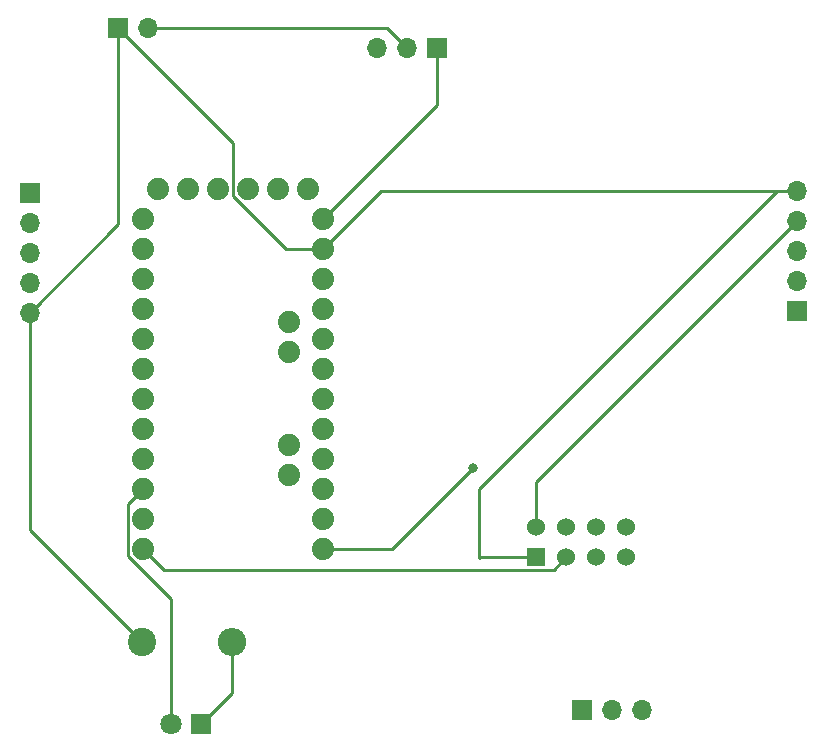
<source format=gbr>
G04 #@! TF.GenerationSoftware,KiCad,Pcbnew,5.1.9+dfsg1-1*
G04 #@! TF.CreationDate,2022-06-21T09:56:44-04:00*
G04 #@! TF.ProjectId,VS_robot_controller,56535f72-6f62-46f7-945f-636f6e74726f,rev?*
G04 #@! TF.SameCoordinates,Original*
G04 #@! TF.FileFunction,Copper,L1,Top*
G04 #@! TF.FilePolarity,Positive*
%FSLAX46Y46*%
G04 Gerber Fmt 4.6, Leading zero omitted, Abs format (unit mm)*
G04 Created by KiCad (PCBNEW 5.1.9+dfsg1-1) date 2022-06-21 09:56:44*
%MOMM*%
%LPD*%
G01*
G04 APERTURE LIST*
G04 #@! TA.AperFunction,ComponentPad*
%ADD10R,1.524000X1.524000*%
G04 #@! TD*
G04 #@! TA.AperFunction,ComponentPad*
%ADD11C,1.524000*%
G04 #@! TD*
G04 #@! TA.AperFunction,ComponentPad*
%ADD12O,1.700000X1.700000*%
G04 #@! TD*
G04 #@! TA.AperFunction,ComponentPad*
%ADD13R,1.700000X1.700000*%
G04 #@! TD*
G04 #@! TA.AperFunction,ComponentPad*
%ADD14R,1.800000X1.800000*%
G04 #@! TD*
G04 #@! TA.AperFunction,ComponentPad*
%ADD15C,1.800000*%
G04 #@! TD*
G04 #@! TA.AperFunction,ComponentPad*
%ADD16C,2.400000*%
G04 #@! TD*
G04 #@! TA.AperFunction,ComponentPad*
%ADD17O,2.400000X2.400000*%
G04 #@! TD*
G04 #@! TA.AperFunction,ComponentPad*
%ADD18C,1.879600*%
G04 #@! TD*
G04 #@! TA.AperFunction,ViaPad*
%ADD19C,0.800000*%
G04 #@! TD*
G04 #@! TA.AperFunction,Conductor*
%ADD20C,0.250000*%
G04 #@! TD*
G04 APERTURE END LIST*
D10*
X215900000Y-88800000D03*
D11*
X215900000Y-86260000D03*
X218440000Y-88800000D03*
X218440000Y-86260000D03*
X220980000Y-88800000D03*
X220980000Y-86260000D03*
X223520000Y-88800000D03*
X223520000Y-86260000D03*
D12*
X238000000Y-57840000D03*
X238000000Y-60380000D03*
X238000000Y-62920000D03*
X238000000Y-65460000D03*
D13*
X238000000Y-68000000D03*
D14*
X187500000Y-103000000D03*
D15*
X184960000Y-103000000D03*
D13*
X173000000Y-58000000D03*
D12*
X173000000Y-60540000D03*
X173000000Y-63080000D03*
X173000000Y-65620000D03*
X173000000Y-68160000D03*
D16*
X182500000Y-96000000D03*
D17*
X190120000Y-96000000D03*
D13*
X207518000Y-45720000D03*
D12*
X204978000Y-45720000D03*
X202438000Y-45720000D03*
X224880000Y-101800000D03*
X222340000Y-101800000D03*
D13*
X219800000Y-101800000D03*
X180500000Y-44000000D03*
D12*
X183040000Y-44000000D03*
D18*
X182626000Y-60198000D03*
X182626000Y-62738000D03*
X182626000Y-65278000D03*
X182626000Y-67818000D03*
X182626000Y-70358000D03*
X182626000Y-72898000D03*
X182626000Y-75438000D03*
X182626000Y-77978000D03*
X182626000Y-80518000D03*
X182626000Y-83058000D03*
X182626000Y-85598000D03*
X182626000Y-88138000D03*
X197866000Y-88138000D03*
X197866000Y-85598000D03*
X197866000Y-83058000D03*
X197866000Y-80518000D03*
X197866000Y-77978000D03*
X197866000Y-75438000D03*
X197866000Y-72898000D03*
X197866000Y-70358000D03*
X197866000Y-67818000D03*
X197866000Y-65278000D03*
X197866000Y-62738000D03*
X197866000Y-60198000D03*
X194945000Y-81915000D03*
X194945000Y-79375000D03*
X194945000Y-68961000D03*
X194945000Y-71501000D03*
X183896000Y-57658000D03*
X186436000Y-57658000D03*
X188976000Y-57658000D03*
X191516000Y-57658000D03*
X194056000Y-57658000D03*
X196596000Y-57658000D03*
D19*
X210566000Y-81280000D03*
D20*
X215900000Y-82480000D02*
X215900000Y-86260000D01*
X238000000Y-60380000D02*
X215900000Y-82480000D01*
X180500000Y-60660000D02*
X173000000Y-68160000D01*
X180500000Y-44000000D02*
X180500000Y-60660000D01*
X190251199Y-58265105D02*
X194724094Y-62738000D01*
X190251199Y-53751199D02*
X190251199Y-58265105D01*
X194724094Y-62738000D02*
X197866000Y-62738000D01*
X180500000Y-44000000D02*
X190251199Y-53751199D01*
X202764000Y-57840000D02*
X197866000Y-62738000D01*
X238000000Y-57840000D02*
X202764000Y-57840000D01*
X211174000Y-88800000D02*
X215900000Y-88800000D01*
X211074000Y-88900000D02*
X211174000Y-88800000D01*
X211074000Y-83058000D02*
X211074000Y-88900000D01*
X236292000Y-57840000D02*
X211074000Y-83058000D01*
X238000000Y-57840000D02*
X236292000Y-57840000D01*
X173000000Y-86500000D02*
X173000000Y-68160000D01*
X182500000Y-96000000D02*
X173000000Y-86500000D01*
X190120000Y-100380000D02*
X187500000Y-103000000D01*
X190120000Y-96000000D02*
X190120000Y-100380000D01*
X203258000Y-44000000D02*
X204978000Y-45720000D01*
X183040000Y-44000000D02*
X203258000Y-44000000D01*
X181361199Y-84322801D02*
X182626000Y-83058000D01*
X181361199Y-88745105D02*
X181361199Y-84322801D01*
X184960000Y-92343906D02*
X181361199Y-88745105D01*
X184960000Y-103000000D02*
X184960000Y-92343906D01*
X207518000Y-50546000D02*
X197866000Y-60198000D01*
X207518000Y-45720000D02*
X207518000Y-50546000D01*
X217352999Y-89887001D02*
X218440000Y-88800000D01*
X184375001Y-89887001D02*
X217352999Y-89887001D01*
X182626000Y-88138000D02*
X184375001Y-89887001D01*
X203708000Y-88138000D02*
X210566000Y-81280000D01*
X197866000Y-88138000D02*
X203708000Y-88138000D01*
M02*

</source>
